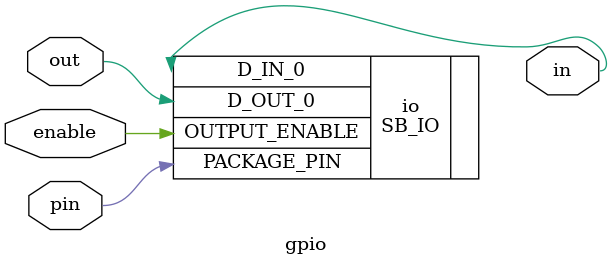
<source format=v>
`ifndef _gpio_v_
`define _gpio_v_
/**
 * Bi-directional GPIO for the ice40 chips with SB_IO
 */
module gpio(
	input enable,
	input out,
	output in,
	inout pin
);
	parameter PULLUP = 1'b0;

	SB_IO #(
		.PIN_TYPE(6'b1010_01), // Tristate, non-clocked, non-registered
		.PULLUP(PULLUP),
	) io(
		.PACKAGE_PIN(pin),
		.OUTPUT_ENABLE(enable),
		.D_OUT_0(out),
		.D_IN_0(in),
	);
endmodule

`endif

</source>
